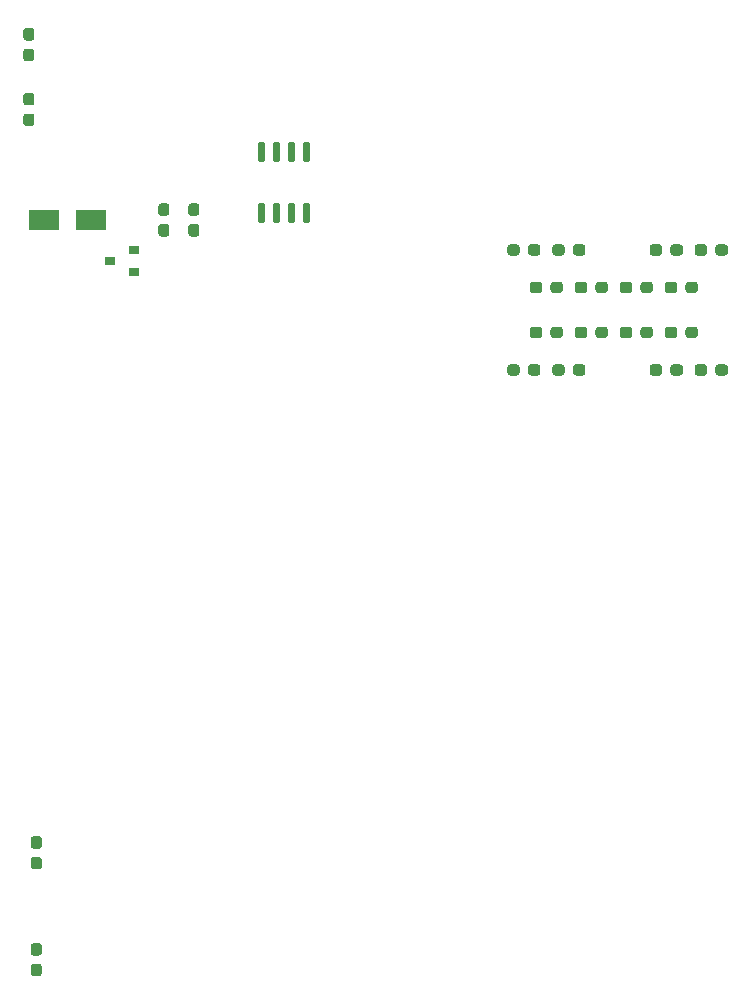
<source format=gtp>
G04 #@! TF.GenerationSoftware,KiCad,Pcbnew,(5.1.8)-1*
G04 #@! TF.CreationDate,2020-12-04T13:09:01+09:00*
G04 #@! TF.ProjectId,NBoxRpi,4e426f78-5270-4692-9e6b-696361645f70,Rev.2.1*
G04 #@! TF.SameCoordinates,Original*
G04 #@! TF.FileFunction,Paste,Top*
G04 #@! TF.FilePolarity,Positive*
%FSLAX46Y46*%
G04 Gerber Fmt 4.6, Leading zero omitted, Abs format (unit mm)*
G04 Created by KiCad (PCBNEW (5.1.8)-1) date 2020-12-04 13:09:01*
%MOMM*%
%LPD*%
G01*
G04 APERTURE LIST*
%ADD10R,2.500000X1.800000*%
%ADD11R,0.900000X0.800000*%
G04 APERTURE END LIST*
G04 #@! TO.C,D16*
G36*
G01*
X86757500Y-184740000D02*
X87232500Y-184740000D01*
G75*
G02*
X87470000Y-184977500I0J-237500D01*
G01*
X87470000Y-185552500D01*
G75*
G02*
X87232500Y-185790000I-237500J0D01*
G01*
X86757500Y-185790000D01*
G75*
G02*
X86520000Y-185552500I0J237500D01*
G01*
X86520000Y-184977500D01*
G75*
G02*
X86757500Y-184740000I237500J0D01*
G01*
G37*
G36*
G01*
X86757500Y-182990000D02*
X87232500Y-182990000D01*
G75*
G02*
X87470000Y-183227500I0J-237500D01*
G01*
X87470000Y-183802500D01*
G75*
G02*
X87232500Y-184040000I-237500J0D01*
G01*
X86757500Y-184040000D01*
G75*
G02*
X86520000Y-183802500I0J237500D01*
G01*
X86520000Y-183227500D01*
G75*
G02*
X86757500Y-182990000I237500J0D01*
G01*
G37*
G04 #@! TD*
G04 #@! TO.C,D13*
G36*
G01*
X86757500Y-193785000D02*
X87232500Y-193785000D01*
G75*
G02*
X87470000Y-194022500I0J-237500D01*
G01*
X87470000Y-194597500D01*
G75*
G02*
X87232500Y-194835000I-237500J0D01*
G01*
X86757500Y-194835000D01*
G75*
G02*
X86520000Y-194597500I0J237500D01*
G01*
X86520000Y-194022500D01*
G75*
G02*
X86757500Y-193785000I237500J0D01*
G01*
G37*
G36*
G01*
X86757500Y-192035000D02*
X87232500Y-192035000D01*
G75*
G02*
X87470000Y-192272500I0J-237500D01*
G01*
X87470000Y-192847500D01*
G75*
G02*
X87232500Y-193085000I-237500J0D01*
G01*
X86757500Y-193085000D01*
G75*
G02*
X86520000Y-192847500I0J237500D01*
G01*
X86520000Y-192272500D01*
G75*
G02*
X86757500Y-192035000I237500J0D01*
G01*
G37*
G04 #@! TD*
D10*
G04 #@! TO.C,D15*
X91630000Y-130810000D03*
X87630000Y-130810000D03*
G04 #@! TD*
G04 #@! TO.C,U3*
G36*
G01*
X106195000Y-125935000D02*
X105895000Y-125935000D01*
G75*
G02*
X105745000Y-125785000I0J150000D01*
G01*
X105745000Y-124335000D01*
G75*
G02*
X105895000Y-124185000I150000J0D01*
G01*
X106195000Y-124185000D01*
G75*
G02*
X106345000Y-124335000I0J-150000D01*
G01*
X106345000Y-125785000D01*
G75*
G02*
X106195000Y-125935000I-150000J0D01*
G01*
G37*
G36*
G01*
X107465000Y-125935000D02*
X107165000Y-125935000D01*
G75*
G02*
X107015000Y-125785000I0J150000D01*
G01*
X107015000Y-124335000D01*
G75*
G02*
X107165000Y-124185000I150000J0D01*
G01*
X107465000Y-124185000D01*
G75*
G02*
X107615000Y-124335000I0J-150000D01*
G01*
X107615000Y-125785000D01*
G75*
G02*
X107465000Y-125935000I-150000J0D01*
G01*
G37*
G36*
G01*
X108735000Y-125935000D02*
X108435000Y-125935000D01*
G75*
G02*
X108285000Y-125785000I0J150000D01*
G01*
X108285000Y-124335000D01*
G75*
G02*
X108435000Y-124185000I150000J0D01*
G01*
X108735000Y-124185000D01*
G75*
G02*
X108885000Y-124335000I0J-150000D01*
G01*
X108885000Y-125785000D01*
G75*
G02*
X108735000Y-125935000I-150000J0D01*
G01*
G37*
G36*
G01*
X110005000Y-125935000D02*
X109705000Y-125935000D01*
G75*
G02*
X109555000Y-125785000I0J150000D01*
G01*
X109555000Y-124335000D01*
G75*
G02*
X109705000Y-124185000I150000J0D01*
G01*
X110005000Y-124185000D01*
G75*
G02*
X110155000Y-124335000I0J-150000D01*
G01*
X110155000Y-125785000D01*
G75*
G02*
X110005000Y-125935000I-150000J0D01*
G01*
G37*
G36*
G01*
X110005000Y-131085000D02*
X109705000Y-131085000D01*
G75*
G02*
X109555000Y-130935000I0J150000D01*
G01*
X109555000Y-129485000D01*
G75*
G02*
X109705000Y-129335000I150000J0D01*
G01*
X110005000Y-129335000D01*
G75*
G02*
X110155000Y-129485000I0J-150000D01*
G01*
X110155000Y-130935000D01*
G75*
G02*
X110005000Y-131085000I-150000J0D01*
G01*
G37*
G36*
G01*
X108735000Y-131085000D02*
X108435000Y-131085000D01*
G75*
G02*
X108285000Y-130935000I0J150000D01*
G01*
X108285000Y-129485000D01*
G75*
G02*
X108435000Y-129335000I150000J0D01*
G01*
X108735000Y-129335000D01*
G75*
G02*
X108885000Y-129485000I0J-150000D01*
G01*
X108885000Y-130935000D01*
G75*
G02*
X108735000Y-131085000I-150000J0D01*
G01*
G37*
G36*
G01*
X107465000Y-131085000D02*
X107165000Y-131085000D01*
G75*
G02*
X107015000Y-130935000I0J150000D01*
G01*
X107015000Y-129485000D01*
G75*
G02*
X107165000Y-129335000I150000J0D01*
G01*
X107465000Y-129335000D01*
G75*
G02*
X107615000Y-129485000I0J-150000D01*
G01*
X107615000Y-130935000D01*
G75*
G02*
X107465000Y-131085000I-150000J0D01*
G01*
G37*
G36*
G01*
X106195000Y-131085000D02*
X105895000Y-131085000D01*
G75*
G02*
X105745000Y-130935000I0J150000D01*
G01*
X105745000Y-129485000D01*
G75*
G02*
X105895000Y-129335000I150000J0D01*
G01*
X106195000Y-129335000D01*
G75*
G02*
X106345000Y-129485000I0J-150000D01*
G01*
X106345000Y-130935000D01*
G75*
G02*
X106195000Y-131085000I-150000J0D01*
G01*
G37*
G04 #@! TD*
D11*
G04 #@! TO.C,U5*
X93250000Y-134300000D03*
X95250000Y-133350000D03*
X95250000Y-135250000D03*
G04 #@! TD*
G04 #@! TO.C,R22*
G36*
G01*
X86597500Y-121110000D02*
X86122500Y-121110000D01*
G75*
G02*
X85885000Y-120872500I0J237500D01*
G01*
X85885000Y-120297500D01*
G75*
G02*
X86122500Y-120060000I237500J0D01*
G01*
X86597500Y-120060000D01*
G75*
G02*
X86835000Y-120297500I0J-237500D01*
G01*
X86835000Y-120872500D01*
G75*
G02*
X86597500Y-121110000I-237500J0D01*
G01*
G37*
G36*
G01*
X86597500Y-122860000D02*
X86122500Y-122860000D01*
G75*
G02*
X85885000Y-122622500I0J237500D01*
G01*
X85885000Y-122047500D01*
G75*
G02*
X86122500Y-121810000I237500J0D01*
G01*
X86597500Y-121810000D01*
G75*
G02*
X86835000Y-122047500I0J-237500D01*
G01*
X86835000Y-122622500D01*
G75*
G02*
X86597500Y-122860000I-237500J0D01*
G01*
G37*
G04 #@! TD*
G04 #@! TO.C,R25*
G36*
G01*
X144495000Y-143747500D02*
X144495000Y-143272500D01*
G75*
G02*
X144732500Y-143035000I237500J0D01*
G01*
X145307500Y-143035000D01*
G75*
G02*
X145545000Y-143272500I0J-237500D01*
G01*
X145545000Y-143747500D01*
G75*
G02*
X145307500Y-143985000I-237500J0D01*
G01*
X144732500Y-143985000D01*
G75*
G02*
X144495000Y-143747500I0J237500D01*
G01*
G37*
G36*
G01*
X142745000Y-143747500D02*
X142745000Y-143272500D01*
G75*
G02*
X142982500Y-143035000I237500J0D01*
G01*
X143557500Y-143035000D01*
G75*
G02*
X143795000Y-143272500I0J-237500D01*
G01*
X143795000Y-143747500D01*
G75*
G02*
X143557500Y-143985000I-237500J0D01*
G01*
X142982500Y-143985000D01*
G75*
G02*
X142745000Y-143747500I0J237500D01*
G01*
G37*
G04 #@! TD*
G04 #@! TO.C,R24*
G36*
G01*
X140685000Y-143747500D02*
X140685000Y-143272500D01*
G75*
G02*
X140922500Y-143035000I237500J0D01*
G01*
X141497500Y-143035000D01*
G75*
G02*
X141735000Y-143272500I0J-237500D01*
G01*
X141735000Y-143747500D01*
G75*
G02*
X141497500Y-143985000I-237500J0D01*
G01*
X140922500Y-143985000D01*
G75*
G02*
X140685000Y-143747500I0J237500D01*
G01*
G37*
G36*
G01*
X138935000Y-143747500D02*
X138935000Y-143272500D01*
G75*
G02*
X139172500Y-143035000I237500J0D01*
G01*
X139747500Y-143035000D01*
G75*
G02*
X139985000Y-143272500I0J-237500D01*
G01*
X139985000Y-143747500D01*
G75*
G02*
X139747500Y-143985000I-237500J0D01*
G01*
X139172500Y-143985000D01*
G75*
G02*
X138935000Y-143747500I0J237500D01*
G01*
G37*
G04 #@! TD*
G04 #@! TO.C,R23*
G36*
G01*
X132430000Y-143747500D02*
X132430000Y-143272500D01*
G75*
G02*
X132667500Y-143035000I237500J0D01*
G01*
X133242500Y-143035000D01*
G75*
G02*
X133480000Y-143272500I0J-237500D01*
G01*
X133480000Y-143747500D01*
G75*
G02*
X133242500Y-143985000I-237500J0D01*
G01*
X132667500Y-143985000D01*
G75*
G02*
X132430000Y-143747500I0J237500D01*
G01*
G37*
G36*
G01*
X130680000Y-143747500D02*
X130680000Y-143272500D01*
G75*
G02*
X130917500Y-143035000I237500J0D01*
G01*
X131492500Y-143035000D01*
G75*
G02*
X131730000Y-143272500I0J-237500D01*
G01*
X131730000Y-143747500D01*
G75*
G02*
X131492500Y-143985000I-237500J0D01*
G01*
X130917500Y-143985000D01*
G75*
G02*
X130680000Y-143747500I0J237500D01*
G01*
G37*
G04 #@! TD*
G04 #@! TO.C,R21*
G36*
G01*
X128620000Y-143747500D02*
X128620000Y-143272500D01*
G75*
G02*
X128857500Y-143035000I237500J0D01*
G01*
X129432500Y-143035000D01*
G75*
G02*
X129670000Y-143272500I0J-237500D01*
G01*
X129670000Y-143747500D01*
G75*
G02*
X129432500Y-143985000I-237500J0D01*
G01*
X128857500Y-143985000D01*
G75*
G02*
X128620000Y-143747500I0J237500D01*
G01*
G37*
G36*
G01*
X126870000Y-143747500D02*
X126870000Y-143272500D01*
G75*
G02*
X127107500Y-143035000I237500J0D01*
G01*
X127682500Y-143035000D01*
G75*
G02*
X127920000Y-143272500I0J-237500D01*
G01*
X127920000Y-143747500D01*
G75*
G02*
X127682500Y-143985000I-237500J0D01*
G01*
X127107500Y-143985000D01*
G75*
G02*
X126870000Y-143747500I0J237500D01*
G01*
G37*
G04 #@! TD*
G04 #@! TO.C,R12*
G36*
G01*
X143795000Y-133112500D02*
X143795000Y-133587500D01*
G75*
G02*
X143557500Y-133825000I-237500J0D01*
G01*
X142982500Y-133825000D01*
G75*
G02*
X142745000Y-133587500I0J237500D01*
G01*
X142745000Y-133112500D01*
G75*
G02*
X142982500Y-132875000I237500J0D01*
G01*
X143557500Y-132875000D01*
G75*
G02*
X143795000Y-133112500I0J-237500D01*
G01*
G37*
G36*
G01*
X145545000Y-133112500D02*
X145545000Y-133587500D01*
G75*
G02*
X145307500Y-133825000I-237500J0D01*
G01*
X144732500Y-133825000D01*
G75*
G02*
X144495000Y-133587500I0J237500D01*
G01*
X144495000Y-133112500D01*
G75*
G02*
X144732500Y-132875000I237500J0D01*
G01*
X145307500Y-132875000D01*
G75*
G02*
X145545000Y-133112500I0J-237500D01*
G01*
G37*
G04 #@! TD*
G04 #@! TO.C,R11*
G36*
G01*
X139985000Y-133112500D02*
X139985000Y-133587500D01*
G75*
G02*
X139747500Y-133825000I-237500J0D01*
G01*
X139172500Y-133825000D01*
G75*
G02*
X138935000Y-133587500I0J237500D01*
G01*
X138935000Y-133112500D01*
G75*
G02*
X139172500Y-132875000I237500J0D01*
G01*
X139747500Y-132875000D01*
G75*
G02*
X139985000Y-133112500I0J-237500D01*
G01*
G37*
G36*
G01*
X141735000Y-133112500D02*
X141735000Y-133587500D01*
G75*
G02*
X141497500Y-133825000I-237500J0D01*
G01*
X140922500Y-133825000D01*
G75*
G02*
X140685000Y-133587500I0J237500D01*
G01*
X140685000Y-133112500D01*
G75*
G02*
X140922500Y-132875000I237500J0D01*
G01*
X141497500Y-132875000D01*
G75*
G02*
X141735000Y-133112500I0J-237500D01*
G01*
G37*
G04 #@! TD*
G04 #@! TO.C,R10*
G36*
G01*
X132430000Y-133587500D02*
X132430000Y-133112500D01*
G75*
G02*
X132667500Y-132875000I237500J0D01*
G01*
X133242500Y-132875000D01*
G75*
G02*
X133480000Y-133112500I0J-237500D01*
G01*
X133480000Y-133587500D01*
G75*
G02*
X133242500Y-133825000I-237500J0D01*
G01*
X132667500Y-133825000D01*
G75*
G02*
X132430000Y-133587500I0J237500D01*
G01*
G37*
G36*
G01*
X130680000Y-133587500D02*
X130680000Y-133112500D01*
G75*
G02*
X130917500Y-132875000I237500J0D01*
G01*
X131492500Y-132875000D01*
G75*
G02*
X131730000Y-133112500I0J-237500D01*
G01*
X131730000Y-133587500D01*
G75*
G02*
X131492500Y-133825000I-237500J0D01*
G01*
X130917500Y-133825000D01*
G75*
G02*
X130680000Y-133587500I0J237500D01*
G01*
G37*
G04 #@! TD*
G04 #@! TO.C,R9*
G36*
G01*
X128620000Y-133587500D02*
X128620000Y-133112500D01*
G75*
G02*
X128857500Y-132875000I237500J0D01*
G01*
X129432500Y-132875000D01*
G75*
G02*
X129670000Y-133112500I0J-237500D01*
G01*
X129670000Y-133587500D01*
G75*
G02*
X129432500Y-133825000I-237500J0D01*
G01*
X128857500Y-133825000D01*
G75*
G02*
X128620000Y-133587500I0J237500D01*
G01*
G37*
G36*
G01*
X126870000Y-133587500D02*
X126870000Y-133112500D01*
G75*
G02*
X127107500Y-132875000I237500J0D01*
G01*
X127682500Y-132875000D01*
G75*
G02*
X127920000Y-133112500I0J-237500D01*
G01*
X127920000Y-133587500D01*
G75*
G02*
X127682500Y-133825000I-237500J0D01*
G01*
X127107500Y-133825000D01*
G75*
G02*
X126870000Y-133587500I0J237500D01*
G01*
G37*
G04 #@! TD*
G04 #@! TO.C,D10*
G36*
G01*
X86122500Y-116315000D02*
X86597500Y-116315000D01*
G75*
G02*
X86835000Y-116552500I0J-237500D01*
G01*
X86835000Y-117127500D01*
G75*
G02*
X86597500Y-117365000I-237500J0D01*
G01*
X86122500Y-117365000D01*
G75*
G02*
X85885000Y-117127500I0J237500D01*
G01*
X85885000Y-116552500D01*
G75*
G02*
X86122500Y-116315000I237500J0D01*
G01*
G37*
G36*
G01*
X86122500Y-114565000D02*
X86597500Y-114565000D01*
G75*
G02*
X86835000Y-114802500I0J-237500D01*
G01*
X86835000Y-115377500D01*
G75*
G02*
X86597500Y-115615000I-237500J0D01*
G01*
X86122500Y-115615000D01*
G75*
G02*
X85885000Y-115377500I0J237500D01*
G01*
X85885000Y-114802500D01*
G75*
G02*
X86122500Y-114565000I237500J0D01*
G01*
G37*
G04 #@! TD*
G04 #@! TO.C,D14*
G36*
G01*
X143005000Y-140097500D02*
X143005000Y-140572500D01*
G75*
G02*
X142767500Y-140810000I-237500J0D01*
G01*
X142192500Y-140810000D01*
G75*
G02*
X141955000Y-140572500I0J237500D01*
G01*
X141955000Y-140097500D01*
G75*
G02*
X142192500Y-139860000I237500J0D01*
G01*
X142767500Y-139860000D01*
G75*
G02*
X143005000Y-140097500I0J-237500D01*
G01*
G37*
G36*
G01*
X141255000Y-140097500D02*
X141255000Y-140572500D01*
G75*
G02*
X141017500Y-140810000I-237500J0D01*
G01*
X140442500Y-140810000D01*
G75*
G02*
X140205000Y-140572500I0J237500D01*
G01*
X140205000Y-140097500D01*
G75*
G02*
X140442500Y-139860000I237500J0D01*
G01*
X141017500Y-139860000D01*
G75*
G02*
X141255000Y-140097500I0J-237500D01*
G01*
G37*
G04 #@! TD*
G04 #@! TO.C,D12*
G36*
G01*
X139195000Y-140097500D02*
X139195000Y-140572500D01*
G75*
G02*
X138957500Y-140810000I-237500J0D01*
G01*
X138382500Y-140810000D01*
G75*
G02*
X138145000Y-140572500I0J237500D01*
G01*
X138145000Y-140097500D01*
G75*
G02*
X138382500Y-139860000I237500J0D01*
G01*
X138957500Y-139860000D01*
G75*
G02*
X139195000Y-140097500I0J-237500D01*
G01*
G37*
G36*
G01*
X137445000Y-140097500D02*
X137445000Y-140572500D01*
G75*
G02*
X137207500Y-140810000I-237500J0D01*
G01*
X136632500Y-140810000D01*
G75*
G02*
X136395000Y-140572500I0J237500D01*
G01*
X136395000Y-140097500D01*
G75*
G02*
X136632500Y-139860000I237500J0D01*
G01*
X137207500Y-139860000D01*
G75*
G02*
X137445000Y-140097500I0J-237500D01*
G01*
G37*
G04 #@! TD*
G04 #@! TO.C,D11*
G36*
G01*
X135385000Y-140097500D02*
X135385000Y-140572500D01*
G75*
G02*
X135147500Y-140810000I-237500J0D01*
G01*
X134572500Y-140810000D01*
G75*
G02*
X134335000Y-140572500I0J237500D01*
G01*
X134335000Y-140097500D01*
G75*
G02*
X134572500Y-139860000I237500J0D01*
G01*
X135147500Y-139860000D01*
G75*
G02*
X135385000Y-140097500I0J-237500D01*
G01*
G37*
G36*
G01*
X133635000Y-140097500D02*
X133635000Y-140572500D01*
G75*
G02*
X133397500Y-140810000I-237500J0D01*
G01*
X132822500Y-140810000D01*
G75*
G02*
X132585000Y-140572500I0J237500D01*
G01*
X132585000Y-140097500D01*
G75*
G02*
X132822500Y-139860000I237500J0D01*
G01*
X133397500Y-139860000D01*
G75*
G02*
X133635000Y-140097500I0J-237500D01*
G01*
G37*
G04 #@! TD*
G04 #@! TO.C,D9*
G36*
G01*
X131575000Y-140097500D02*
X131575000Y-140572500D01*
G75*
G02*
X131337500Y-140810000I-237500J0D01*
G01*
X130762500Y-140810000D01*
G75*
G02*
X130525000Y-140572500I0J237500D01*
G01*
X130525000Y-140097500D01*
G75*
G02*
X130762500Y-139860000I237500J0D01*
G01*
X131337500Y-139860000D01*
G75*
G02*
X131575000Y-140097500I0J-237500D01*
G01*
G37*
G36*
G01*
X129825000Y-140097500D02*
X129825000Y-140572500D01*
G75*
G02*
X129587500Y-140810000I-237500J0D01*
G01*
X129012500Y-140810000D01*
G75*
G02*
X128775000Y-140572500I0J237500D01*
G01*
X128775000Y-140097500D01*
G75*
G02*
X129012500Y-139860000I237500J0D01*
G01*
X129587500Y-139860000D01*
G75*
G02*
X129825000Y-140097500I0J-237500D01*
G01*
G37*
G04 #@! TD*
G04 #@! TO.C,D8*
G36*
G01*
X143005000Y-136287500D02*
X143005000Y-136762500D01*
G75*
G02*
X142767500Y-137000000I-237500J0D01*
G01*
X142192500Y-137000000D01*
G75*
G02*
X141955000Y-136762500I0J237500D01*
G01*
X141955000Y-136287500D01*
G75*
G02*
X142192500Y-136050000I237500J0D01*
G01*
X142767500Y-136050000D01*
G75*
G02*
X143005000Y-136287500I0J-237500D01*
G01*
G37*
G36*
G01*
X141255000Y-136287500D02*
X141255000Y-136762500D01*
G75*
G02*
X141017500Y-137000000I-237500J0D01*
G01*
X140442500Y-137000000D01*
G75*
G02*
X140205000Y-136762500I0J237500D01*
G01*
X140205000Y-136287500D01*
G75*
G02*
X140442500Y-136050000I237500J0D01*
G01*
X141017500Y-136050000D01*
G75*
G02*
X141255000Y-136287500I0J-237500D01*
G01*
G37*
G04 #@! TD*
G04 #@! TO.C,D7*
G36*
G01*
X139195000Y-136287500D02*
X139195000Y-136762500D01*
G75*
G02*
X138957500Y-137000000I-237500J0D01*
G01*
X138382500Y-137000000D01*
G75*
G02*
X138145000Y-136762500I0J237500D01*
G01*
X138145000Y-136287500D01*
G75*
G02*
X138382500Y-136050000I237500J0D01*
G01*
X138957500Y-136050000D01*
G75*
G02*
X139195000Y-136287500I0J-237500D01*
G01*
G37*
G36*
G01*
X137445000Y-136287500D02*
X137445000Y-136762500D01*
G75*
G02*
X137207500Y-137000000I-237500J0D01*
G01*
X136632500Y-137000000D01*
G75*
G02*
X136395000Y-136762500I0J237500D01*
G01*
X136395000Y-136287500D01*
G75*
G02*
X136632500Y-136050000I237500J0D01*
G01*
X137207500Y-136050000D01*
G75*
G02*
X137445000Y-136287500I0J-237500D01*
G01*
G37*
G04 #@! TD*
G04 #@! TO.C,D6*
G36*
G01*
X135385000Y-136287500D02*
X135385000Y-136762500D01*
G75*
G02*
X135147500Y-137000000I-237500J0D01*
G01*
X134572500Y-137000000D01*
G75*
G02*
X134335000Y-136762500I0J237500D01*
G01*
X134335000Y-136287500D01*
G75*
G02*
X134572500Y-136050000I237500J0D01*
G01*
X135147500Y-136050000D01*
G75*
G02*
X135385000Y-136287500I0J-237500D01*
G01*
G37*
G36*
G01*
X133635000Y-136287500D02*
X133635000Y-136762500D01*
G75*
G02*
X133397500Y-137000000I-237500J0D01*
G01*
X132822500Y-137000000D01*
G75*
G02*
X132585000Y-136762500I0J237500D01*
G01*
X132585000Y-136287500D01*
G75*
G02*
X132822500Y-136050000I237500J0D01*
G01*
X133397500Y-136050000D01*
G75*
G02*
X133635000Y-136287500I0J-237500D01*
G01*
G37*
G04 #@! TD*
G04 #@! TO.C,D5*
G36*
G01*
X131575000Y-136287500D02*
X131575000Y-136762500D01*
G75*
G02*
X131337500Y-137000000I-237500J0D01*
G01*
X130762500Y-137000000D01*
G75*
G02*
X130525000Y-136762500I0J237500D01*
G01*
X130525000Y-136287500D01*
G75*
G02*
X130762500Y-136050000I237500J0D01*
G01*
X131337500Y-136050000D01*
G75*
G02*
X131575000Y-136287500I0J-237500D01*
G01*
G37*
G36*
G01*
X129825000Y-136287500D02*
X129825000Y-136762500D01*
G75*
G02*
X129587500Y-137000000I-237500J0D01*
G01*
X129012500Y-137000000D01*
G75*
G02*
X128775000Y-136762500I0J237500D01*
G01*
X128775000Y-136287500D01*
G75*
G02*
X129012500Y-136050000I237500J0D01*
G01*
X129587500Y-136050000D01*
G75*
G02*
X129825000Y-136287500I0J-237500D01*
G01*
G37*
G04 #@! TD*
G04 #@! TO.C,C1*
G36*
G01*
X100092500Y-131160000D02*
X100567500Y-131160000D01*
G75*
G02*
X100805000Y-131397500I0J-237500D01*
G01*
X100805000Y-131972500D01*
G75*
G02*
X100567500Y-132210000I-237500J0D01*
G01*
X100092500Y-132210000D01*
G75*
G02*
X99855000Y-131972500I0J237500D01*
G01*
X99855000Y-131397500D01*
G75*
G02*
X100092500Y-131160000I237500J0D01*
G01*
G37*
G36*
G01*
X100092500Y-129410000D02*
X100567500Y-129410000D01*
G75*
G02*
X100805000Y-129647500I0J-237500D01*
G01*
X100805000Y-130222500D01*
G75*
G02*
X100567500Y-130460000I-237500J0D01*
G01*
X100092500Y-130460000D01*
G75*
G02*
X99855000Y-130222500I0J237500D01*
G01*
X99855000Y-129647500D01*
G75*
G02*
X100092500Y-129410000I237500J0D01*
G01*
G37*
G04 #@! TD*
G04 #@! TO.C,C4*
G36*
G01*
X97552500Y-131160000D02*
X98027500Y-131160000D01*
G75*
G02*
X98265000Y-131397500I0J-237500D01*
G01*
X98265000Y-131972500D01*
G75*
G02*
X98027500Y-132210000I-237500J0D01*
G01*
X97552500Y-132210000D01*
G75*
G02*
X97315000Y-131972500I0J237500D01*
G01*
X97315000Y-131397500D01*
G75*
G02*
X97552500Y-131160000I237500J0D01*
G01*
G37*
G36*
G01*
X97552500Y-129410000D02*
X98027500Y-129410000D01*
G75*
G02*
X98265000Y-129647500I0J-237500D01*
G01*
X98265000Y-130222500D01*
G75*
G02*
X98027500Y-130460000I-237500J0D01*
G01*
X97552500Y-130460000D01*
G75*
G02*
X97315000Y-130222500I0J237500D01*
G01*
X97315000Y-129647500D01*
G75*
G02*
X97552500Y-129410000I237500J0D01*
G01*
G37*
G04 #@! TD*
M02*

</source>
